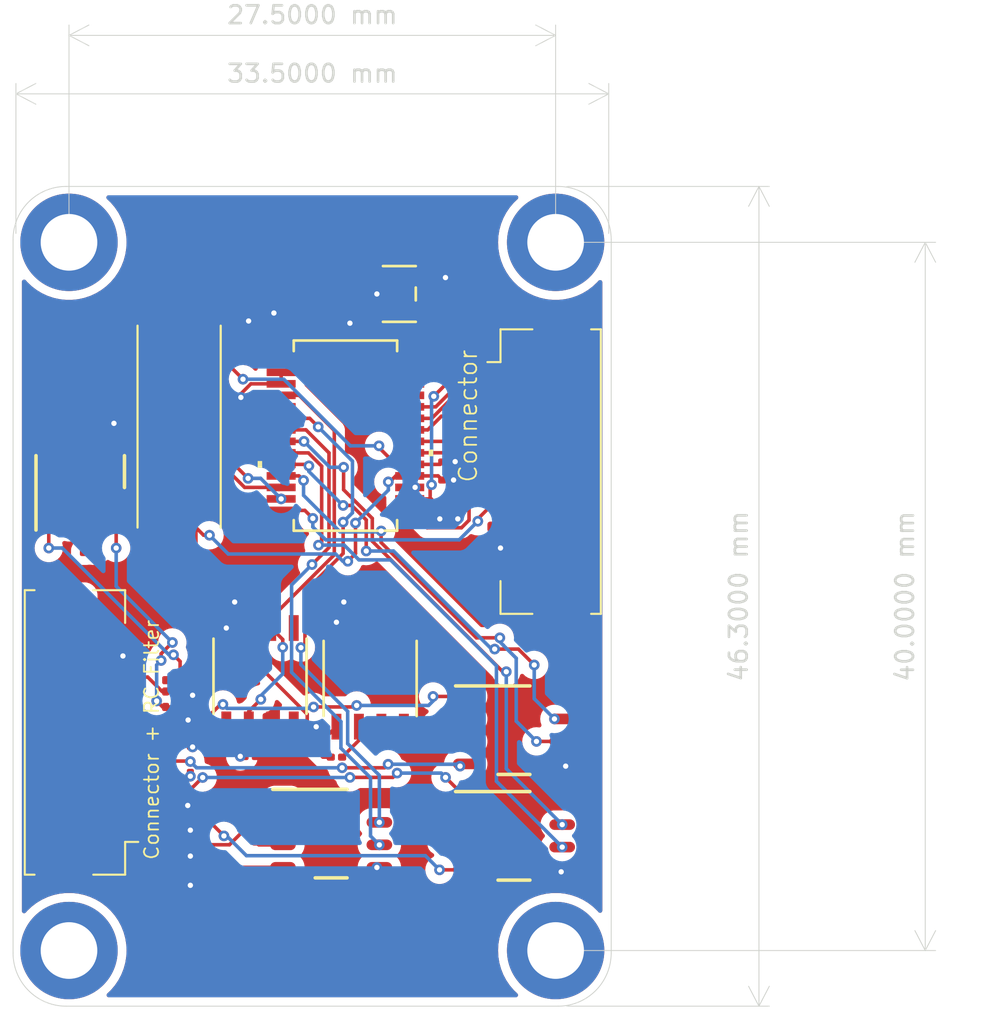
<source format=kicad_pcb>
(kicad_pcb (version 20240108) (generator "pcbnew") (generator_version "8.0")
  (layers (0 "F.Cu" signal) (31 "B.Cu" signal) (34 "B.Paste" user) (35 "F.Paste" user) (37 "F.SilkS" user "F.Silkscreen") (38 "B.Mask" user) (39 "F.Mask" user) (44 "Edge.Cuts" user))
  (net 0 "")
  (net 1 "5VCC")
  (net 2 "Earth")
  (net 3 "REF3.3")
  (net 4 "Net-(U4-TRIM{slash}NR)")
  (net 5 "Net-(U3-IN+)")
  (net 6 "REF2.5")
  (net 7 "/XTAL1")
  (net 8 "/XTAL2")
  (net 9 "/S1+")
  (net 10 "/S1-")
  (net 11 "/S2+")
  (net 12 "/S2-")
  (net 13 "/S3+")
  (net 14 "/S3-")
  (net 15 "/S4+")
  (net 16 "/S4-")
  (net 17 "Net-(J1-Pad1)")
  (net 18 "Net-(J1-Pad7)")
  (net 19 "Net-(J1-Pad2)")
  (net 20 "Net-(J1-Pad5)")
  (net 21 "Net-(J1-Pad6)")
  (net 22 "Net-(J1-Pad3)")
  (net 23 "Net-(J1-Pad8)")
  (net 24 "Net-(J1-Pad4)")
  (net 25 "/RESET")
  (net 27 "/DIN")
  (net 28 "/DOUT")
  (net 29 "/SCLK")
  (net 30 "/SYNC{slash}PDWN")
  (net 31 "/CS")
  (net 32 "/DRDY")
  (net 33 "Net-(U4-VOUT)")
  (net 34 "Net-(R2-Pad2)")
  (net 35 "Net-(R2-Pad1)")
  (net 36 "Net-(R11-Pad1)")
  (net 37 "Net-(R11-Pad2)")
  (net 38 "Net-(R12-Pad1)")
  (net 39 "Net-(R12-Pad2)")
  (net 40 "Net-(R13-Pad1)")
  (net 41 "Net-(R13-Pad2)")
  (net 43 "AIN6")
  (net 44 "AIN2")
  (net 47 "AIN0")
  (net 48 "AIN7")
  (net 49 "AIN4")
  (net 51 "AIN1")
  (net 52 "AIN3")
  (net 53 "AIN5")
  (footprint "Capacitor_SMD:C_0201_0603Metric" (layer "F.Cu") (at 204.6732 73.881998 180)
    (property "Reference" "C13" (hide yes))
    (property "Value" "18p" (hide yes))
  )
  (footprint "Capacitor_SMD:C_0201_0603Metric" (layer "F.Cu") (at 194.818 64.897 -90)
    (property "Reference" "C9" (hide yes))
    (property "Value" "100n" (hide yes))
  )
  (footprint "Capacitor_SMD:C_0201_0603Metric" (layer "F.Cu") (at 190.119 87.056 -90)
    (property "Reference" "C20" (hide yes))
    (property "Value" "1u" (hide yes))
  )
  (footprint "Capacitor_SMD:C_0201_0603Metric" (layer "F.Cu") (at 193.294 69.215)
    (property "Reference" "C6" (hide yes))
    (property "Value" "100n" (hide yes))
  )
  (footprint "daFootprints:REF5025AIDR" (layer "F.Cu") (at 200.279 85.09 -90)
    (property "Reference" "U4" (hide yes))
    (property "Value" "REF5025AIDR" (hide yes))
  )
  (footprint "Capacitor_SMD:C_0201_0603Metric" (layer "F.Cu") (at 199.299 80.772)
    (property "Reference" "C3" (hide yes))
    (property "Value" "1u" (hide yes))
  )
  (footprint "Resistor_SMD:R_0201_0603Metric" (layer "F.Cu") (at 193.802 93.98 90)
    (property "Reference" "R2" (hide yes))
    (property "Value" "499" (hide yes))
  )
  (footprint "Resistor_SMD:R_0201_0603Metric" (layer "F.Cu") (at 204.216 93.98 90)
    (property "Reference" "R11" (hide yes))
    (property "Value" "499" (hide yes))
  )
  (footprint "Connector_Molex:Molex_CLIK-Mate_502382-1070_1x10-1MP_P1.25mm_Vertical" (layer "F.Cu") (at 209.705457 73.406 -90)
    (property "Reference" "J2" (hide yes))
    (property "Value" "532611071" (hide yes))
  )
  (footprint "MountingHole:MountingHole_3.2mm_M3_ISO14580_Pad_TopBottom" (layer "F.Cu") (at 210.761 60.457)
    (property "Reference" "H3" (hide yes))
    (property "Value" "MountingHole" (hide yes))
  )
  (footprint "Capacitor_SMD:C_0201_0603Metric" (layer "F.Cu") (at 204.6732 72.865998 180)
    (property "Reference" "C12" (hide yes))
    (property "Value" "18p" (hide yes))
  )
  (footprint "daFootprints:INA821IDR" (layer "F.Cu") (at 198.074419 93.853)
    (property "Reference" "U5" (hide yes))
    (property "Value" "INA821IDR" (hide yes))
  )
  (footprint "daFootprints:ADS1256IDBR" (layer "F.Cu") (at 198.882 71.374)
    (property "Reference" "U1" (hide yes))
    (property "Value" "ADS1256IDBR" (hide yes))
  )
  (footprint "daFootprints:INA821IDR" (layer "F.Cu") (at 208.407 88.011)
    (property "Reference" "U7" (hide yes))
    (property "Value" "INA821IDR" (hide yes))
  )
  (footprint "Capacitor_SMD:C_0201_0603Metric" (layer "F.Cu") (at 204.216 75.758 90)
    (property "Reference" "C11" (hide yes))
    (property "Value" "100n" (hide yes))
  )
  (footprint "Resistor_SMD:R_0201_0603Metric" (layer "F.Cu") (at 188.722 88.556 90)
    (property "Reference" "R8" (hide yes))
    (property "Value" "1k" (hide yes))
  )
  (footprint "Capacitor_SMD:C_0201_0603Metric" (layer "F.Cu") (at 197.231 88.138 -90)
    (property "Reference" "C4" (hide yes))
    (property "Value" "1u" (hide yes))
  )
  (footprint "Resistor_SMD:R_0201_0603Metric" (layer "F.Cu") (at 188.722 91.665 90)
    (property "Reference" "R6" (hide yes))
    (property "Value" "1k" (hide yes))
  )
  (footprint "Capacitor_SMD:C_0201_0603Metric" (layer "F.Cu") (at 190.119 88.58 -90)
    (property "Reference" "C19" (hide yes))
    (property "Value" "1u" (hide yes))
  )
  (footprint "MountingHole:MountingHole_3.2mm_M3_ISO14580_Pad_TopBottom" (layer "F.Cu") (at 183.261 100.457)
    (property "Reference" "H4" (hide yes))
    (property "Value" "MountingHole" (hide yes))
  )
  (footprint "Resistor_SMD:R_0201_0603Metric" (layer "F.Cu") (at 188.722 96.303 90)
    (property "Reference" "R3" (hide yes))
    (property "Value" "1k" (hide yes))
  )
  (footprint "Capacitor_SMD:C_0201_0603Metric" (layer "F.Cu") (at 190.119 85.532 -90)
    (property "Reference" "C21" (hide yes))
    (property "Value" "1u" (hide yes))
  )
  (footprint "Capacitor_SMD:C_0201_0603Metric" (layer "F.Cu") (at 199.136 64.516 90)
    (property "Reference" "C1" (hide yes))
    (property "Value" "1u" (hide yes))
  )
  (footprint "daFootprints:XTAL_ABLS-8.000MHZ-K4T" (layer "F.Cu") (at 189.484 70.866 90)
    (property "Reference" "Y1" (hide yes))
    (property "Value" "ABLS-8MHZ-K4T" (hide yes))
  )
  (footprint "Capacitor_SMD:C_0201_0603Metric" (layer "F.Cu") (at 190.119 96.327 -90)
    (property "Reference" "C14" (hide yes))
    (property "Value" "1u" (hide yes))
  )
  (footprint "daFootprints:INA821IDR" (layer "F.Cu") (at 208.407 93.98)
    (property "Reference" "U6" (hide yes))
    (property "Value" "INA821IDR" (hide yes))
  )
  (footprint "MountingHole:MountingHole_3.2mm_M3_ISO14580_Pad_TopBottom" (layer "F.Cu") (at 210.761 100.457)
    (property "Reference" "H1" (hide yes))
    (property "Value" "MountingHole" (hide yes))
  )
  (footprint "Capacitor_SMD:C_0201_0603Metric" (layer "F.Cu") (at 205.232 75.758 90)
    (property "Reference" "C10" (hide yes))
    (property "Value" "10u" (hide yes))
  )
  (footprint "MountingHole:MountingHole_3.2mm_M3_ISO14580_Pad_TopBottom" (layer "F.Cu") (at 183.261 60.457)
    (property "Reference" "H2" (hide yes))
    (property "Value" "MountingHole" (hide yes))
  )
  (footprint "daFootprints:INA821IDR" (layer "F.Cu") (at 183.896 73.406 90)
    (property "Reference" "U8" (hide yes))
    (property "Value" "INA821IDR" (hide yes))
  )
  (footprint "Resistor_SMD:R_0201_0603Metric" (layer "F.Cu") (at 198.374 89.535 180)
    (property "Reference" "R1" (hide yes))
    (property "Value" "10k" (hide yes))
  )
  (footprint "Connector_Molex:Molex_CLIK-Mate_502382-1070_1x10-1MP_P1.25mm_Vertical" (layer "F.Cu") (at 184.373 88.138 90)
    (property "Reference" "J1" (hide yes))
    (property "Value" "532611071" (hide yes))
  )
  (footprint "Resistor_SMD:R_0201_0603Metric" (layer "F.Cu") (at 188.722 90.076 90)
    (property "Reference" "R7" (hide yes))
    (property "Value" "1k" (hide yes))
  )
  (footprint "Resistor_SMD:R_0201_0603Metric" (layer "F.Cu") (at 188.722 94.779 90)
    (property "Reference" "R4" (hide yes))
    (property "Value" "1k" (hide yes))
  )
  (footprint "Capacitor_SMD:C_0201_0603Metric" (layer "F.Cu") (at 204.597 62.865 -90)
    (property "Reference" "C2" (hide yes))
    (property "Value" "1u" (hide yes))
  )
  (footprint "Resistor_SMD:R_0201_0603Metric" (layer "F.Cu") (at 188.726 85.508 90)
    (property "Reference" "R10" (hide yes))
    (property "Value" "1k" (hide yes))
  )
  (footprint "Capacitor_SMD:C_0201_0603Metric" (layer "F.Cu") (at 190.119 90.104 -90)
    (property "Reference" "C18" (hide yes))
    (property "Value" "1u" (hide yes))
  )
  (footprint "Resistor_SMD:R_0201_0603Metric" (layer "F.Cu") (at 188.721 87.019 90)
    (property "Reference" "R9" (hide yes))
    (property "Value" "1k" (hide yes))
  )
  (footprint "Resistor_SMD:R_0201_0603Metric" (layer "F.Cu") (at 188.722 93.185 90)
    (property "Reference" "R5" (hide yes))
    (property "Value" "1k" (hide yes))
  )
  (footprint "Resistor_SMD:R_0201_0603Metric" (layer "F.Cu") (at 184.425 77.978 180)
    (property "Reference" "R13" (hide yes))
    (property "Value" "499" (hide yes))
  )
  (footprint "Capacitor_SMD:C_0201_0603Metric" (layer "F.Cu") (at 193.04 80.772)
    (property "Reference" "C5" (hide yes))
    (property "Value" "1u" (hide yes))
  )
  (footprint "Capacitor_SMD:C_0201_0603Metric" (layer "F.Cu") (at 190.119 91.689 -90)
    (property "Reference" "C17" (hide yes))
    (property "Value" "1u" (hide yes))
  )
  (footprint "daFootprints:OPA350UA" (layer "F.Cu") (at 194.056 84.963 -90)
    (property "Reference" "U3" (hide yes))
    (property "Value" "OPA350UA" (hide yes))
  )
  (footprint "Capacitor_SMD:C_0201_0603Metric" (layer "F.Cu") (at 190.116 93.213 -90)
    (property "Reference" "C16" (hide yes))
    (property "Value" "1u" (hide yes))
  )
  (footprint "Capacitor_SMD:C_0201_0603Metric" (layer "F.Cu") (at 190.119 94.803 -90)
    (property "Reference" "C15" (hide yes))
    (property "Value" "1u" (hide yes))
  )
  (footprint "Capacitor_SMD:C_0201_0603Metric" (layer "F.Cu") (at 193.5 89.5)
    (property "Reference" "C7" (hide yes))
    (property "Value" "100n" (hide yes))
  )
  (footprint "daFootprints:ADP151AUJZ-3P0-R7" (layer "F.Cu") (at 201.93 63.373)
    (property "Reference" "U2" (hide yes))
    (property "Value" "ADP151AUJZ-3.0-R7" (hide yes))
  )
  (footprint "Resistor_SMD:R_0201_0603Metric" (layer "F.Cu") (at 203.962 88.011 90)
    (property "Reference" "R12" (hide yes))
    (property "Value" "499" (hide yes))
  )
  (footprint "Capacitor_SMD:C_0201_0603Metric" (layer "F.Cu") (at 193.421 65.405 -90)
    (property "Reference" "C8" (hide yes))
    (property "Value" "10u" (hide yes))
  )
  (gr_line (start 210.9 57.3) (end 183.1 57.3) (stroke (width 0.05)) (layer "Edge.Cuts"))
  (gr_arc (start 210.9 57.3) (mid 213.02132 58.17868) (end 213.9 60.3) (stroke (width 0.05)) (layer "Edge.Cuts"))
  (gr_arc (start 213.9 100.6) (mid 213.02132 102.72132) (end 210.9 103.6) (stroke (width 0.05)) (layer "Edge.Cuts"))
  (gr_line (start 183.1 103.6) (end 210.9 103.6) (stroke (width 0.05)) (layer "Edge.Cuts"))
  (gr_line (start 213.9 100.6) (end 213.9 60.3) (stroke (width 0.05)) (layer "Edge.Cuts"))
  (gr_line (start 180.1 60.3) (end 180.1 100.6) (stroke (width 0.05)) (layer "Edge.Cuts"))
  (gr_arc (start 183.1 103.6) (mid 180.97868 102.72132) (end 180.1 100.6) (stroke (width 0.05)) (layer "Edge.Cuts"))
  (gr_arc (start 180.1 60.3) (mid 180.97868 58.17868) (end 183.1 57.3) (stroke (width 0.05)) (layer "Edge.Cuts"))
  (gr_text "Connector\n" (at 206.4 74.1 90) (layer "F.SilkS") (effects (font (size 1 1) (thickness 0.1)) (justify left bottom)))
  (gr_text "Connector + RC Filter\n" (at 188.4 95.4 90) (layer "F.SilkS") (effects (font (size 0.8 0.8) (thickness 0.1)) (justify left bottom)))
  (dimension (type aligned) (layer "Edge.Cuts") (pts (xy 180.261 60.457) (xy 213.761 60.457)) (height -8.387) (gr_text "33.5000 mm" (at 197.011 50.92 0) (layer "Edge.Cuts") (effects (font (size 1 1) (thickness 0.15)))) (format (prefix "") (suffix "") (units 3) (units_format 1) (precision 4)) (style (thickness 0.05) (arrow_length 1.27) (text_position_mode 0) (extension_height 0.58642) (extension_offset 0.5) keep_text_aligned))
  (dimension (type aligned) (layer "Edge.Cuts") (pts (xy 210.9 57.3) (xy 210.9 103.6)) (height -11.35) (gr_text "46.3000 mm" (at 221.1 80.45 90) (layer "Edge.Cuts") (effects (font (size 1 1) (thickness 0.15)))) (format (prefix "") (suffix "") (units 3) (units_format 1) (precision 4)) (style (thickness 0.05) (arrow_length 1.27) (text_position_mode 0) (extension_height 0.58642) (extension_offset 0.5) keep_text_aligned))
  (dimension (type aligned) (layer "Edge.Cuts") (pts (xy 183.261 60.457) (xy 210.761 60.457)) (height -11.689) (gr_text "27.5000 mm" (at 197.011 47.618 0) (layer "Edge.Cuts") (effects (font (size 1 1) (thickness 0.15)))) (format (prefix "") (suffix "") (units 3) (units_format 1) (precision 4)) (style (thickness 0.05) (arrow_length 1.27) (text_position_mode 0) (extension_height 0.58642) (extension_offset 0.5) keep_text_aligned))
  (dimension (type aligned) (layer "Edge.Cuts") (pts (xy 210.761 60.457) (xy 210.761 100.457)) (height -20.887) (gr_text "40.0000 mm" (at 230.498 80.457 90) (layer "Edge.Cuts") (effects (font (size 1 1) (thickness 0.15)))) (format (prefix "") (suffix "") (units 3) (units_format 1) (precision 4)) (style (thickness 0.05) (arrow_length 1.27) (text_position_mode 0) (extension_height 0.58642) (extension_offset 0.5) keep_text_aligned))
  (segment (start 194.818 64.577) (end 194.757 64.516) (width 0.2) (layer "F.Cu") (net 2))
  (segment (start 192.974 69.015001) (end 192.974 69.215) (width 0.2) (layer "F.Cu") (net 2))
  (segment (start 192.974 69.414999) (end 192.974 69.215) (width 0.2) (layer "F.Cu") (net 2))
  (segment (start 193.308 69.748999) (end 192.974 69.414999) (width 0.2) (layer "F.Cu") (net 2))
  (segment (start 195.2498 68.449) (end 193.540001 68.449) (width 0.2) (layer "F.Cu") (net 2))
  (segment (start 193.540001 68.449) (end 192.974 69.015001) (width 0.2) (layer "F.Cu") (net 2))
  (segment (start 195.2498 67.799001) (end 195.2498 68.449) (width 0.2) (layer "F.Cu") (net 2))
  (segment (start 195.2498 69.748999) (end 193.308 69.748999) (width 0.2) (layer "F.Cu") (net 2))
  (via blind (at 211.328 90.043) (size 0.6) (drill 0.3) (layers "F.Cu" "B.Cu") (net 2))
  (via blind (at 192.94 89.49) (size 0.6) (drill 0.3) (layers "F.Cu" "B.Cu") (net 2))
  (via blind (at 204.9932 73.881998) (size 0.6) (drill 0.3) (layers "F.Cu" "B.Cu") (net 2))
  (via blind (at 200.66 63.373) (size 0.6) (drill 0.3) (layers "F.Cu" "B.Cu") (net 2))
  (via blind (at 189.992 87.437) (size 0.6) (drill 0.3) (layers "F.Cu" "B.Cu") (net 2))
  (via blind (at 205.083199 72.843758) (size 0.6) (drill 0.3) (layers "F.Cu" "B.Cu") (net 2))
  (via blind (at 190.119 95.123) (size 0.6) (drill 0.3) (layers "F.Cu" "B.Cu") (net 2))
  (via blind (at 190.119 96.774) (size 0.6) (drill 0.3) (layers "F.Cu" "B.Cu") (net 2))
  (via blind (at 190.246 88.961) (size 0.6) (drill 0.3) (layers "F.Cu" "B.Cu") (net 2))
  (via blind (at 198.791 80.772) (size 0.6) (drill 0.3) (layers "F.Cu" "B.Cu") (net 2))
  (via blind (at 204.216 76.078) (size 0.6) (drill 0.3) (layers "F.Cu" "B.Cu") (net 2))
  (via blind (at 185.801 70.681002) (size 0.6) (drill 0.3) (layers "F.Cu" "B.Cu") (net 2))
  (via blind (at 202.819 74.295) (size 0.6) (drill 0.3) (layers "F.Cu" "B.Cu") (net 2))
  (via blind (at 205.232 76.078) (size 0.6) (drill 0.3) (layers "F.Cu" "B.Cu") (net 2))
  (via blind (at 194.84 64.45) (size 0.6) (drill 0.3) (layers "F.Cu" "B.Cu") (net 2))
  (via blind (at 192.623 80.772) (size 0.6) (drill 0.3) (layers "F.Cu" "B.Cu") (net 2))
  (via blind (at 199.136 65.024) (size 0.6) (drill 0.3) (layers "F.Cu" "B.Cu") (net 2))
  (via blind (at 204.535999 62.448) (size 0.6) (drill 0.3) (layers "F.Cu" "B.Cu") (net 2))
  (via blind (at 190.119 90.612) (size 0.6) (drill 0.3) (layers "F.Cu" "B.Cu") (net 2))
  (via blind (at 193.41 64.9) (size 0.6) (drill 0.3) (layers "F.Cu" "B.Cu") (net 2))
  (via blind (at 197.231 87.818) (size 0.6) (drill 0.3) (layers "F.Cu" "B.Cu") (net 2))
  (via blind (at 207.645 77.724) (size 0.6) (drill 0.3) (layers "F.Cu" "B.Cu") (net 2))
  (via blind (at 189.971316 92.26452) (size 0.6) (drill 0.3) (layers "F.Cu" "B.Cu") (net 2))
  (via blind (at 211.074 96.012) (size 0.6) (drill 0.3) (layers "F.Cu" "B.Cu") (net 2))
  (via blind (at 198.374 81.915) (size 0.6) (drill 0.3) (layers "F.Cu" "B.Cu") (net 2))
  (via blind (at 190.119 93.66) (size 0.6) (drill 0.3) (layers "F.Cu" "B.Cu") (net 2))
  (via blind (at 192.974 69.215) (size 0.6) (drill 0.3) (layers "F.Cu" "B.Cu") (net 2))
  (via blind (at 190.246 86.04) (size 0.6) (drill 0.3) (layers "F.Cu" "B.Cu") (net 2))
  (via blind (at 186.309 83.82) (size 0.6) (drill 0.3) (layers "F.Cu" "B.Cu") (net 2))
  (via blind (at 200.66 95.764846) (size 0.6) (drill 0.3) (layers "F.Cu" "B.Cu") (net 2))
  (via blind (at 192.151 82.241652) (size 0.6) (drill 0.3) (layers "F.Cu" "B.Cu") (net 2))
  (segment (start 203.203551 62.422999) (end 203.965552 63.185) (width 0.2) (layer "F.Cu") (net 3))
  (segment (start 203.726999 74.948999) (end 204.216 75.438) (width 0.2) (layer "F.Cu") (net 3))
  (segment (start 203.67 74.948999) (end 203.726999 74.948999) (width 0.2) (layer "F.Cu") (net 3))
  (segment (start 203.873731 69.153731) (end 204.597 68.430462) (width 0.2) (layer "F.Cu") (net 3))
  (segment (start 202.5142 74.948999) (end 203.67 74.948999) (width 0.2) (layer "F.Cu") (net 3))
  (segment (start 203.67 74.948999) (end 203.67 74.228762) (width 0.2) (layer "F.Cu") (net 3))
  (segment (start 205.232 75.438) (end 204.216 75.438) (width 0.2) (layer "F.Cu") (net 3))
  (segment (start 203.67 74.228762) (end 203.749763 74.148999) (width 0.2) (layer "F.Cu") (net 3))
  (segment (start 203.965552 63.185) (end 204.597 63.185) (width 0.2) (layer "F.Cu") (net 3))
  (segment (start 204.597 68.430462) (end 204.597 63.185) (width 0.2) (layer "F.Cu") (net 3))
  (via blind (at 203.873731 69.153731) (size 0.6) (drill 0.3) (layers "F.Cu" "B.Cu") (net 3))
  (via blind (at 203.749763 74.148999) (size 0.6) (drill 0.3) (layers "F.Cu" "B.Cu") (net 3))
  (segment (start 203.749763 74.148999) (end 203.749763 69.277699) (width 0.2) (layer "B.Cu") (net 3))
  (segment (start 203.749763 69.277699) (end 203.873731 69.153731) (width 0.2) (layer "B.Cu") (net 3))
  (segment (start 197.727348 88.458) (end 198.374 87.811348) (width 0.2) (layer "F.Cu") (net 4))
  (segment (start 197.231 88.458) (end 197.727348 88.458) (width 0.2) (layer "F.Cu") (net 4))
  (segment (start 197.612 89.535) (end 196.723 88.646) (width 0.2) (layer "F.Cu") (net 5))
  (segment (start 198.054 89.535) (end 197.612 89.535) (width 0.2) (layer "F.Cu") (net 5))
  (segment (start 193.421 82.241652) (end 193.421 80.833) (width 0.2) (layer "F.Cu") (net 5))
  (segment (start 196.723 88.646) (end 196.723 87.113) (width 0.2) (layer "F.Cu") (net 5))
  (segment (start 196.723 87.113) (end 193.421 83.811) (width 0.2) (layer "F.Cu") (net 5))
  (segment (start 193.421 80.833) (end 193.36 80.772) (width 0.2) (layer "F.Cu") (net 5))
  (segment (start 193.421 83.811) (end 193.421 82.241652) (width 0.2) (layer "F.Cu") (net 5))
  (segment (start 194.691 81.665371) (end 198.252696 78.103675) (width 0.2) (layer "F.Cu") (net 6))
  (segment (start 194.1 86.27) (end 193.421 86.949) (width 0.2) (layer "F.Cu") (net 6))
  (segment (start 193.421 86.949) (end 193.421 87.684348) (width 0.2) (layer "F.Cu") (net 6))
  (segment (start 198.252696 71.081998) (end 196.269699 69.099001) (width 0.2) (layer "F.Cu") (net 6))
  (segment (start 193.614 69.215) (end 195.133801 69.215) (width 0.2) (layer "F.Cu") (net 6))
  (segment (start 195.34 83.33) (end 195.34 82.890652) (width 0.2) (layer "F.Cu") (net 6))
  (segment (start 194.691 82.241652) (end 194.691 81.665371) (width 0.2) (layer "F.Cu") (net 6))
  (segment (start 196.269699 69.099001) (end 195.2498 69.099001) (width 0.2) (layer "F.Cu") (net 6))
  (segment (start 195.34 82.890652) (end 194.691 82.241652) (width 0.2) (layer "F.Cu") (net 6))
  (segment (start 195.133801 69.215) (end 195.2498 69.099001) (width 0.2) (layer "F.Cu") (net 6))
  (segment (start 198.252696 78.103675) (end 198.252696 71.081998) (width 0.2) (layer "F.Cu") (net 6))
  (via blind (at 194.1 86.27) (size 0.6) (drill 0.3) (layers "F.Cu" "B.Cu") (net 6))
  (via blind (at 195.34 83.33) (size 0.6) (drill 0.3) (layers "F.Cu" "B.Cu") (net 6))
  (segment (start 195.34 84.83) (end 194.1 86.07) (width 0.2) (layer "B.Cu") (net 6))
  (segment (start 194.1 86.07) (end 194.1 86.27) (width 0.2) (layer "B.Cu") (net 6))
  (segment (start 195.34 83.33) (end 195.34 84.83) (width 0.2) (layer "B.Cu") (net 6))
  (segment (start 202.5142 72.999001) (end 204.220197 72.999001) (width 0.2) (layer "F.Cu") (net 7))
  (segment (start 201.728803 72.999001) (end 202.5142 72.999001) (width 0.2) (layer "F.Cu") (net 7))
  (segment (start 191.021498 66.116) (end 189.484 66.116) (width 0.2) (layer "F.Cu") (net 7))
  (segment (start 200.779 71.95) (end 200.779 72.049198) (width 0.2) (layer "F.Cu") (net 7))
  (segment (start 200.779 72.049198) (end 201.728803 72.999001) (width 0.2) (layer "F.Cu") (net 7))
  (segment (start 204.220197 72.999001) (end 204.3532 72.865998) (width 0.2) (layer "F.Cu") (net 7))
  (segment (start 189.838 66.47) (end 189.484 66.116) (width 0.2) (layer "F.Cu") (net 7))
  (segment (start 193.093695 68.188197) (end 191.021498 66.116) (width 0.2) (layer "F.Cu") (net 7))
  (via blind (at 193.093695 68.188197) (size 0.6) (drill 0.3) (layers "F.Cu" "B.Cu") (net 7))
  (via blind (at 200.779 71.95) (size 0.6) (drill 0.3) (layers "F.Cu" "B.Cu") (net 7))
  (segment (start 195.398197 68.188197) (end 193.093695 68.188197) (width 0.2) (layer "B.Cu") (net 7))
  (segment (start 200.779 71.95) (end 199.16 71.95) (width 0.2) (layer "B.Cu") (net 7))
  (segment (start 199.16 71.95) (end 195.398197 68.188197) (width 0.2) (layer "B.Cu") (net 7))
  (segment (start 201.3061 73.987057) (end 201.390744 73.987057) (width 0.2) (layer "F.Cu") (net 8))
  (segment (start 201.728802 73.648999) (end 202.5142 73.648999) (width 0.2) (layer "F.Cu") (net 8))
  (segment (start 204.120201 73.648999) (end 202.5142 73.648999) (width 0.2) (layer "F.Cu") (net 8))
  (segment (start 191.2 77) (end 190.868 77) (width 0.2) (layer "F.Cu") (net 8))
  (segment (start 201.390744 73.987057) (end 201.728802 73.648999) (width 0.2) (layer "F.Cu") (net 8))
  (segment (start 190.868 77) (end 189.484 75.616) (width 0.2) (layer "F.Cu") (net 8))
  (segment (start 199.45143 78.036314) (end 199.016764 78.47098) (width 0.2) (layer "F.Cu") (net 8))
  (segment (start 204.3532 73.881998) (end 204.120201 73.648999) (width 0.2) (layer "F.Cu") (net 8))
  (segment (start 199.45143 76.31) (end 199.45143 78.036314) (width 0.2) (layer "F.Cu") (net 8))
  (via blind (at 199.016764 78.47098) (size 0.6) (drill 0.3) (layers "F.Cu" "B.Cu") (net 8))
  (via blind (at 199.45143 76.31) (size 0.6) (drill 0.3) (layers "F.Cu" "B.Cu") (net 8))
  (via blind (at 191.2 77) (size 0.6) (drill 0.3) (layers "F.Cu" "B.Cu") (net 8))
  (via blind (at 201.3061 73.987057) (size 0.6) (drill 0.3) (layers "F.Cu" "B.Cu") (net 8))
  (segment (start 192.26 78.06) (end 191.2 77) (width 0.2) (layer "B.Cu") (net 8))
  (segment (start 198.329 78.06) (end 192.26 78.06) (width 0.2) (layer "B.Cu") (net 8))
  (segment (start 199.45143 76.31) (end 201.3061 74.45533) (width 0.2) (layer "B.Cu") (net 8))
  (segment (start 198.73998 78.47098) (end 198.329 78.06) (width 0.2) (layer "B.Cu") (net 8))
  (segment (start 199.016764 78.47098) (end 198.73998 78.47098) (width 0.2) (layer "B.Cu") (net 8))
  (segment (start 201.3061 74.45533) (end 201.3061 73.987057) (width 0.2) (layer "B.Cu") (net 8))
  (segment (start 190.095 95.983) (end 190.119 96.007) (width 0.2) (layer "F.Cu") (net 9))
  (segment (start 188.722 95.983) (end 190.095 95.983) (width 0.2) (layer "F.Cu") (net 9))
  (segment (start 195.349418 95.758) (end 190.368 95.758) (width 0.2) (layer "F.Cu") (net 9))
  (segment (start 190.368 95.758) (end 190.119 96.007) (width 0.2) (layer "F.Cu") (net 9))
  (segment (start 193.402 93.402964) (end 193.402 93.408) (width 0.2) (layer "F.Cu") (net 10))
  (segment (start 195.349418 91.948) (end 194.856964 91.948) (width 0.2) (layer "F.Cu") (net 10))
  (segment (start 193.402 93.408) (end 192.327 94.483) (width 0.2) (layer "F.Cu") (net 10))
  (segment (start 192.327 94.483) (end 190.119 94.483) (width 0.2) (layer "F.Cu") (net 10))
  (segment (start 194.856964 91.948) (end 193.402 93.402964) (width 0.2) (layer "F.Cu") (net 10))
  (segment (start 188.722 94.459) (end 190.095 94.459) (width 0.2) (layer "F.Cu") (net 10))
  (segment (start 190.095 94.459) (end 190.119 94.483) (width 0.2) (layer "F.Cu") (net 10))
  (segment (start 204.2 95.9) (end 205.666999 95.9) (width 0.2) (layer "F.Cu") (net 11))
  (segment (start 190.088 92.865) (end 190.116 92.893) (width 0.2) (layer "F.Cu") (net 11))
  (segment (start 192.016446 93.983) (end 190.926446 92.893) (width 0.2) (layer "F.Cu") (net 11))
  (segment (start 190.926446 92.893) (end 190.116 92.893) (width 0.2) (layer "F.Cu") (net 11))
  (segment (start 205.666999 95.9) (end 205.681999 95.885) (width 0.2) (layer "F.Cu") (net 11))
  (segment (start 188.722 92.865) (end 190.088 92.865) (width 0.2) (layer "F.Cu") (net 11))
  (via blind (at 204.2 95.9) (size 0.6) (drill 0.3) (layers "F.Cu" "B.Cu") (net 11))
  (via blind (at 192.016446 93.983) (size 0.6) (drill 0.3) (layers "F.Cu" "B.Cu") (net 11))
  (segment (start 203.4 95.1) (end 204.2 95.9) (width 0.2) (layer "B.Cu") (net 11))
  (segment (start 192.173 93.983) (end 193.29 95.1) (width 0.2) (layer "B.Cu") (net 11))
  (segment (start 193.29 95.1) (end 203.4 95.1) (width 0.2) (layer "B.Cu") (net 11))
  (segment (start 192.016446 93.983) (end 192.173 93.983) (width 0.2) (layer "B.Cu") (net 11))
  (segment (start 205.681999 91.821) (end 205.681999 92.075) (width 0.2) (layer "F.Cu") (net 12))
  (segment (start 199.136 90.678) (end 201.56 90.678) (width 0.2) (layer "F.Cu") (net 12))
  (segment (start 188.722 91.345) (end 190.095 91.345) (width 0.2) (layer "F.Cu") (net 12))
  (segment (start 190.81 90.678) (end 190.81 90.679114) (width 0.2) (layer "F.Cu") (net 12))
  (segment (start 190.095 91.345) (end 190.119 91.369) (width 0.2) (layer "F.Cu") (net 12))
  (segment (start 190.81 90.679114) (end 190.815252 90.684366) (width 0.2) (layer "F.Cu") (net 12))
  (segment (start 201.56 90.678) (end 201.803 90.435) (width 0.2) (layer "F.Cu") (net 12))
  (segment (start 204.538999 90.678) (end 205.681999 91.821) (width 0.2) (layer "F.Cu") (net 12))
  (segment (start 190.119 91.369) (end 190.81 90.678) (width 0.2) (layer "F.Cu") (net 12))
  (via blind (at 204.538999 90.678) (size 0.6) (drill 0.3) (layers "F.Cu" "B.Cu") (net 12))
  (via blind (at 199.136 90.678) (size 0.6) (drill 0.3) (layers "F.Cu" "B.Cu") (net 12))
  (via blind (at 201.803 90.435) (size 0.6) (drill 0.3) (layers "F.Cu" "B.Cu") (net 12))
  (via blind (at 190.815252 90.684366) (size 0.6) (drill 0.3) (layers "F.Cu" "B.Cu") (net 12))
  (segment (start 201.803 90.435) (end 204.295999 90.435) (width 0.2) (layer "B.Cu") (net 12))
  (segment (start 199.129634 90.684366) (end 190.815252 90.684366) (width 0.2) (layer "B.Cu") (net 12))
  (segment (start 199.136 90.678) (end 199.129634 90.684366) (width 0.2) (layer "B.Cu") (net 12))
  (segment (start 204.295999 90.435) (end 204.538999 90.678) (width 0.2) (layer "B.Cu") (net 12))
  (segment (start 201.095001 90.134999) (end 198.694243 90.134999) (width 0.2) (layer "F.Cu") (net 13))
  (segment (start 190.091 89.756) (end 190.119 89.784) (width 0.2) (layer "F.Cu") (net 13))
  (segment (start 188.722 89.756) (end 190.091 89.756) (width 0.2) (layer "F.Cu") (net 13))
  (segment (start 205.662999 89.935) (end 205.681999 89.916) (width 0.2) (layer "F.Cu") (net 13))
  (segment (start 201.295 89.935) (end 201.095001 90.134999) (width 0.2) (layer "F.Cu") (net 13))
  (via blind (at 190.119 89.784) (size 0.6) (drill 0.3) (layers "F.Cu" "B.Cu") (net 13))
  (via blind (at 205.359 90.043) (size 0.6) (drill 0.3) (layers "F.Cu" "B.Cu") (net 13))
  (via blind (at 198.694243 90.134999) (size 0.6) (drill 0.3) (layers "F.Cu" "B.Cu") (net 13))
  (via blind (at 201.295 89.935) (size 0.6) (drill 0.3) (layers "F.Cu" "B.Cu") (net 13))
  (segment (start 190.469999 90.134999) (end 198.694243 90.134999) (width 0.2) (layer "B.Cu") (net 13))
  (segment (start 190.119 89.784) (end 190.469999 90.134999) (width 0.2) (layer "B.Cu") (net 13))
  (segment (start 205.251 89.935) (end 205.359 90.043) (width 0.2) (layer "B.Cu") (net 13))
  (segment (start 201.295 89.935) (end 205.251 89.935) (width 0.2) (layer "B.Cu") (net 13))
  (segment (start 203.835 86.106) (end 205.681999 86.106) (width 0.2) (layer "F.Cu") (net 14))
  (segment (start 190.095 88.236) (end 190.119 88.26) (width 0.2) (layer "F.Cu") (net 14))
  (segment (start 188.722 88.236) (end 190.095 88.236) (width 0.2) (layer "F.Cu") (net 14))
  (segment (start 191.96 86.556897) (end 191.822103 86.556897) (width 0.2) (layer "F.Cu") (net 14))
  (segment (start 197.08 86.7) (end 199.431 86.7) (width 0.2) (layer "F.Cu") (net 14))
  (segment (start 199.431 86.7) (end 199.517 86.614) (width 0.2) (layer "F.Cu") (net 14))
  (segment (start 191.822103 86.556897) (end 190.119 88.26) (width 0.2) (layer "F.Cu") (net 14))
  (via blind (at 191.96 86.556897) (size 0.6) (drill 0.3) (layers "F.Cu" "B.Cu") (net 14))
  (via blind (at 199.517 86.614) (size 0.6) (drill 0.3) (layers "F.Cu" "B.Cu") (net 14))
  (via blind (at 197.08 86.7) (size 0.6) (drill 0.3) (layers "F.Cu" "B.Cu") (net 14))
  (via blind (at 203.835 86.106) (size 0.6) (drill 0.3) (layers "F.Cu" "B.Cu") (net 14))
  (segment (start 199.517 86.614) (end 203.581 86.614) (width 0.2) (layer "B.Cu") (net 14))
  (segment (start 203.581 86.614) (end 203.835 86.36) (width 0.2) (layer "B.Cu") (net 14))
  (segment (start 192.183103 86.78) (end 197 86.78) (width 0.2) (layer "B.Cu") (net 14))
  (segment (start 197 86.78) (end 197.08 86.7) (width 0.2) (layer "B.Cu") (net 14))
  (segment (start 191.96 86.556897) (end 192.183103 86.78) (width 0.2) (layer "B.Cu") (net 14))
  (segment (start 203.835 86.36) (end 203.835 86.106) (width 0.2) (layer "B.Cu") (net 14))
  (segment (start 188.721 86.699) (end 188.553 86.699) (width 0.2) (layer "F.Cu") (net 15))
  (segment (start 188.468 84.074) (end 188.468 83.693) (width 0.2) (layer "F.Cu") (net 15))
  (segment (start 188.721 86.699) (end 190.082 86.699) (width 0.2) (layer "F.Cu") (net 15))
  (segment (start 190.082 86.699) (end 190.119 86.736) (width 0.2) (layer "F.Cu") (net 15))
  (segment (start 188.468 83.693) (end 189.103 83.058) (width 0.2) (layer "F.Cu") (net 15))
  (segment (start 185.928 76.258001) (end 185.801 76.131001) (width 0.2) (layer "F.Cu") (net 15))
  (segment (start 188.553 86.699) (end 188.214 86.36) (width 0.2) (layer "F.Cu") (net 15))
  (segment (start 185.928 77.724) (end 185.928 76.258001) (width 0.2) (layer "F.Cu") (net 15))
  (via blind (at 189.103 83.058) (size 0.6) (drill 0.3) (layers "F.Cu" "B.Cu") (net 15))
  (via blind (at 188.214 86.36) (size 0.6) (drill 0.3) (layers "F.Cu" "B.Cu") (net 15))
  (via blind (at 185.928 77.724) (size 0.6) (drill 0.3) (layers "F.Cu" "B.Cu") (net 15))
  (via blind (at 188.468 84.074) (size 0.6) (drill 0.3) (layers "F.Cu" "B.Cu") (net 15))
  (segment (start 185.928 79.883) (end 185.928 77.724) (width 0.2) (layer "B.Cu") (net 15))
  (segment (start 188.214 86.36) (end 188.214 84.328) (width 0.2) (layer "B.Cu") (net 15))
  (segment (start 188.214 84.328) (end 188.468 84.074) (width 0.2) (layer "B.Cu") (net 15))
  (segment (start 189.103 83.058) (end 185.928 79.883) (width 0.2) (layer "B.Cu") (net 15))
  (segment (start 189.167557 83.75502) (end 189.54 84.127463) (width 0.2) (layer "F.Cu") (net 16))
  (segment (start 190.095 85.188) (end 190.119 85.212) (width 0.2) (layer "F.Cu") (net 16))
  (segment (start 182.118 76.258001) (end 181.991 76.131001) (width 0.2) (layer "F.Cu") (net 16))
  (segment (start 190.072 85.212) (end 190.119 85.212) (width 0.2) (layer "F.Cu") (net 16))
  (segment (start 188.726 85.188) (end 190.095 85.188) (width 0.2) (layer "F.Cu") (net 16))
  (segment (start 189.54 84.127463) (end 189.54 85.188) (width 0.2) (layer "F.Cu") (net 16))
  (segment (start 182.118 77.724) (end 182.118 76.258001) (width 0.2) (layer "F.Cu") (net 16))
  (via blind (at 189.167557 83.75502) (size 0.6) (drill 0.3) (layers "F.Cu" "B.Cu") (net 16))
  (via blind (at 182.118 77.724) (size 0.6) (drill 0.3) (layers "F.Cu" "B.Cu") (net 16))
  (segment (start 189.167557 83.75502) (end 188.91102 83.75502) (width 0.2) (layer "B.Cu") (net 16))
  (segment (start 188.91102 83.75502) (end 182.88 77.724) (width 0.2) (layer "B.Cu") (net 16))
  (segment (start 182.88 77.724) (end 182.118 77.724) (width 0.2) (layer "B.Cu") (net 16))
  (segment (start 186.323 94.398) (end 188.548 96.623) (width 0.2) (layer "F.Cu") (net 17))
  (segment (start 186.323 93.763) (end 186.323 94.398) (width 0.2) (layer "F.Cu") (net 17))
  (segment (start 188.548 96.623) (end 188.722 96.623) (width 0.2) (layer "F.Cu") (net 17))
  (segment (start 187.49813 87.339) (end 186.42213 86.263) (width 0.2) (layer "F.Cu") (net 18))
  (segment (start 188.721 87.339) (end 187.49813 87.339) (width 0.2) (layer "F.Cu") (net 18))
  (segment (start 186.42213 86.263) (end 186.323 86.263) (width 0.2) (layer "F.Cu") (net 18))
  (segment (start 188.722 95.099) (end 188.704964 95.099) (width 0.2) (layer "F.Cu") (net 19))
  (segment (start 186.874 92.513) (end 186.323 92.513) (width 0.2) (layer "F.Cu") (net 19))
  (segment (start 188.704964 95.099) (end 188.322 94.716036) (width 0.2) (layer "F.Cu") (net 19))
  (segment (start 188.322 94.716036) (end 188.322 93.961) (width 0.2) (layer "F.Cu") (net 19))
  (segment (start 188.322 93.961) (end 186.874 92.513) (width 0.2) (layer "F.Cu") (net 19))
  (segment (start 187.071964 88.763) (end 186.323 88.763) (width 0.2) (layer "F.Cu") (net 20))
  (segment (start 188.704964 90.396) (end 187.071964 88.763) (width 0.2) (layer "F.Cu") (net 20))
  (segment (start 188.722 90.396) (end 188.704964 90.396) (width 0.2) (layer "F.Cu") (net 20))
  (segment (start 187.948 88.876) (end 186.585 87.513) (width 0.2) (layer "F.Cu") (net 21))
  (segment (start 188.722 88.876) (end 187.948 88.876) (width 0.2) (layer "F.Cu") (net 21))
  (segment (start 186.585 87.513) (end 186.323 87.513) (width 0.2) (layer "F.Cu") (net 21))
  (segment (start 188.722 93.505) (end 188.69713 93.505) (width 0.2) (layer "F.Cu") (net 22))
  (segment (start 187.021 91.263) (end 186.323 91.263) (width 0.2) (layer "F.Cu") (net 22))
  (segment (start 188.69713 93.505) (end 187.787 92.59487) (width 0.2) (layer "F.Cu") (net 22))
  (segment (start 187.787 92.59487) (end 187.787 92.029) (width 0.2) (layer "F.Cu") (net 22))
  (segment (start 187.787 92.029) (end 187.021 91.263) (width 0.2) (layer "F.Cu") (net 22))
  (segment (start 187.711001 85.013) (end 186.323 85.013) (width 0.2) (layer "F.Cu") (net 23))
  (segment (start 188.726 85.828) (end 188.526001 85.828) (width 0.2) (layer "F.Cu") (net 23))
  (segment (start 188.526001 85.828) (end 187.711001 85.013) (width 0.2) (layer "F.Cu") (net 23))
  (segment (start 188.673 85.775) (end 188.726 85.828) (width 0.2) (layer "F.Cu") (net 23))
  (segment (start 188.087 91.985) (end 188.087 90.927001) (width 0.2) (layer "F.Cu") (net 24))
  (segment (start 188.087 90.927001) (end 187.172999 90.013) (width 0.2) (layer "F.Cu") (net 24))
  (segment (start 188.722 91.985) (end 188.087 91.985) (width 0.2) (layer "F.Cu") (net 24))
  (segment (start 187.172999 90.013) (end 186.323 90.013) (width 0.2) (layer "F.Cu") (net 24))
  (segment (start 202.5142 75.599) (end 203.4932 76.578) (width 0.2) (layer "F.Cu") (net 25))
  (segment (start 205.867 76.150107) (end 205.867 75.069458) (width 0.2) (layer "F.Cu") (net 25))
  (segment (start 206.905458 74.031) (end 207.755457 74.031) (width 0.2) (layer "F.Cu") (net 25))
  (segment (start 205.439107 76.578) (end 205.867 76.150107) (width 0.2) (layer "F.Cu") (net 25))
  (segment (start 203.4932 76.578) (end 205.439107 76.578) (width 0.2) (layer "F.Cu") (net 25))
  (segment (start 205.867 75.069458) (end 206.905458 74.031) (width 0.2) (layer "F.Cu") (net 25))
  (segment (start 205.127834 69.031) (end 207.755457 69.031) (width 0.2) (layer "F.Cu") (net 27))
  (segment (start 203.759833 70.399001) (end 205.127834 69.031) (width 0.2) (layer "F.Cu") (net 27))
  (segment (start 202.5142 70.399001) (end 203.759833 70.399001) (width 0.2) (layer "F.Cu") (net 27))
  (segment (start 202.5142 71.048999) (end 203.534099 71.048999) (width 0.2) (layer "F.Cu") (net 28))
  (segment (start 203.534099 71.048999) (end 204.302098 70.281) (width 0.2) (layer "F.Cu") (net 28))
  (segment (start 204.302098 70.281) (end 207.755457 70.281) (width 0.2) (layer "F.Cu") (net 28))
  (segment (start 203.985571 69.748999) (end 205.95357 67.781) (width 0.2) (layer "F.Cu") (net 29))
  (segment (start 202.5142 69.748999) (end 203.985571 69.748999) (width 0.2) (layer "F.Cu") (net 29))
  (segment (start 205.95357 67.781) (end 207.755457 67.781) (width 0.2) (layer "F.Cu") (net 29))
  (segment (start 207.160371 75.281) (end 207.755457 75.281) (width 0.2) (layer "F.Cu") (net 30))
  (segment (start 206.363418 76.077953) (end 207.160371 75.281) (width 0.2) (layer "F.Cu") (net 30))
  (segment (start 206.363418 76.209855) (end 206.363418 76.077953) (width 0.2) (layer "F.Cu") (net 30))
  (segment (start 196.588998 75.598998) (end 195.2498 75.598998) (width 0.2) (layer "F.Cu") (net 30))
  (segment (start 197.04 76.05) (end 196.588998 75.598998) (width 0.2) (layer "F.Cu") (net 30))
  (via blind (at 206.363418 76.209855) (size 0.6) (drill 0.3) (layers "F.Cu" "B.Cu") (net 30))
  (via blind (at 197.04 76.05) (size 0.6) (drill 0.3) (layers "F.Cu" "B.Cu") (net 30))
  (segment (start 197.767107 77.26) (end 205.313273 77.26) (width 0.2) (layer "B.Cu") (net 30))
  (segment (start 197.04 76.532893) (end 197.767107 77.26) (width 0.2) (layer "B.Cu") (net 30))
  (segment (start 197.04 76.05) (end 197.04 76.532893) (width 0.2) (layer "B.Cu") (net 30))
  (segment (start 205.313273 77.26) (end 206.363418 76.209855) (width 0.2) (layer "B.Cu") (net 30))
  (segment (start 202.519441 72.343758) (end 207.318215 72.343758) (width 0.2) (layer "F.Cu") (net 31))
  (segment (start 202.5142 72.348999) (end 202.519441 72.343758) (width 0.2) (layer "F.Cu") (net 31))
  (segment (start 207.318215 72.343758) (end 207.755457 72.781) (width 0.2) (layer "F.Cu") (net 31))
  (segment (start 207.587456 71.699001) (end 207.755457 71.531) (width 0.2) (layer "F.Cu") (net 32))
  (segment (start 202.5142 71.699001) (end 207.587456 71.699001) (width 0.2) (layer "F.Cu") (net 32))
  (segment (start 199.644 87.811348) (end 199.644 88.585) (width 0.2) (layer "F.Cu") (net 33))
  (segment (start 199.644 88.585) (end 198.694 89.535) (width 0.2) (layer "F.Cu") (net 33))
  (segment (start 195.349418 93.218) (end 194.244 93.218) (width 0.2) (layer "F.Cu") (net 34))
  (segment (start 194.244 93.218) (end 193.802 93.66) (width 0.2) (layer "F.Cu") (net 34))
  (segment (start 195.349418 94.488) (end 193.99 94.488) (width 0.2) (layer "F.Cu") (net 35))
  (segment (start 193.99 94.488) (end 193.802 94.3) (width 0.2) (layer "F.Cu") (net 35))
  (segment (start 205.366999 94.3) (end 205.681999 94.615) (width 0.2) (layer "F.Cu") (net 36))
  (segment (start 204.216 94.3) (end 205.366999 94.3) (width 0.2) (layer "F.Cu") (net 36))
  (segment (start 204.216 93.66) (end 205.366999 93.66) (width 0.2) (layer "F.Cu") (net 37))
  (segment (start 205.366999 93.66) (end 205.681999 93.345) (width 0.2) (layer "F.Cu") (net 37))
  (segment (start 203.962 88.331) (end 205.366999 88.331) (width 0.2) (layer "F.Cu") (net 38))
  (segment (start 205.366999 88.331) (end 205.681999 88.646) (width 0.2) (layer "F.Cu") (net 38))
  (segment (start 205.366999 87.691) (end 205.681999 87.376) (width 0.2) (layer "F.Cu") (net 39))
  (segment (start 203.962 87.691) (end 205.366999 87.691) (width 0.2) (layer "F.Cu") (net 39))
  (segment (start 184.745 77.978) (end 184.745 76.345001) (width 0.2) (layer "F.Cu") (net 40))
  (segment (start 184.745 76.345001) (end 184.531 76.131001) (width 0.2) (layer "F.Cu") (net 40))
  (segment (start 184.105 76.975001) (end 183.261 76.131001) (width 0.2) (layer "F.Cu") (net 41))
  (segment (start 184.105 77.978) (end 184.105 76.975001) (width 0.2) (layer "F.Cu") (net 41))
  (segment (start 183.261 70.681002) (end 184.869998 72.29) (width 0.2) (layer "F.Cu") (net 43))
  (segment (start 184.869998 72.29) (end 191.175736 72.29) (width 0.2) (layer "F.Cu") (net 43))
  (segment (start 195.126798 74.422) (end 195.2498 74.298998) (width 0.2) (layer "F.Cu") (net 43))
  (segment (start 193.184734 74.298998) (end 195.2498 74.298998) (width 0.2) (layer "F.Cu") (net 43))
  (segment (start 191.175736 72.29) (end 193.184734 74.298998) (width 0.2) (layer "F.Cu") (net 43))
  (segment (start 196.539998 71.698998) (end 195.2498 71.698998) (width 0.2) (layer "F.Cu") (net 44))
  (segment (start 198.779 74.429) (end 200.4 76.05) (width 0.2) (layer "F.Cu") (net 44))
  (segment (start 200.4 77.337) (end 207.772 84.709) (width 0.2) (layer "F.Cu") (net 44))
  (segment (start 200.4 76.05) (end 200.4 77.337) (width 0.2) (layer "F.Cu") (net 44))
  (segment (start 207.772 84.709) (end 207.972 84.709) (width 0.2) (layer "F.Cu") (net 44))
  (segment (start 198.779 73.161759) (end 198.779 74.429) (width 0.2) (layer "F.Cu") (net 44))
  (via blind (at 207.972 84.709) (size 0.6) (drill 0.3) (layers "F.Cu" "B.Cu") (net 44))
  (via blind (at 198.779 73.161759) (size 0.6) (drill 0.3) (layers "F.Cu" "B.Cu") (net 44))
  (via blind (at 211.131998 93.345) (size 0.6) (drill 0.3) (layers "F.Cu" "B.Cu") (net 44))
  (via blind (at 196.539998 71.698998) (size 0.6) (drill 0.3) (layers "F.Cu" "B.Cu") (net 44))
  (segment (start 207.972 90.185002) (end 211.131998 93.345) (width 0.2) (layer "B.Cu") (net 44))
  (segment (start 196.539998 71.698998) (end 196.539998 71.699998) (width 0.2) (layer "B.Cu") (net 44))
  (segment (start 198.001759 73.161759) (end 198.779 73.161759) (width 0.2) (layer "B.Cu") (net 44))
  (segment (start 196.539998 71.699998) (end 198.001759 73.161759) (width 0.2) (layer "B.Cu") (net 44))
  (segment (start 207.972 84.709) (end 207.972 90.185002) (width 0.2) (layer "B.Cu") (net 44))
  (segment (start 198.752696 76.26) (end 198.752696 78.027939) (width 0.2) (layer "F.Cu") (net 47))
  (segment (start 196.862591 70.399001) (end 195.2498 70.399001) (width 0.2) (layer "F.Cu") (net 47))
  (segment (start 196.596 83.11866) (end 196.365884 83.348776) (width 0.2) (layer "F.Cu") (net 47))
  (segment (start 196.596 80.184635) (end 196.596 83.11866) (width 0.2) (layer "F.Cu") (net 47))
  (segment (start 198.752696 78.027939) (end 196.596 80.184635) (width 0.2) (layer "F.Cu") (net 47))
  (segment (start 197.343795 70.880205) (end 196.862591 70.399001) (width 0.2) (layer "F.Cu") (net 47))
  (via blind (at 198.752696 76.26) (size 0.6) (drill 0.3) (layers "F.Cu" "B.Cu") (net 47))
  (via blind (at 197.343795 70.880205) (size 0.6) (drill 0.3) (layers "F.Cu" "B.Cu") (net 47))
  (via blind (at 196.365884 83.348776) (size 0.6) (drill 0.3) (layers "F.Cu" "B.Cu") (net 47))
  (via blind (at 200.799417 93.218) (size 0.6) (drill 0.3) (layers "F.Cu" "B.Cu") (net 47))
  (segment (start 199.009 88.773) (end 200.799417 90.563417) (width 0.2) (layer "B.Cu") (net 47))
  (segment (start 196.365884 83.348776) (end 196.365884 84.305884) (width 0.2) (layer "B.Cu") (net 47))
  (segment (start 199.009 86.949) (end 199.009 88.773) (width 0.2) (layer "B.Cu") (net 47))
  (segment (start 200.799417 90.563417) (end 200.799417 93.218) (width 0.2) (layer "B.Cu") (net 47))
  (segment (start 198.752696 76.26) (end 199.279 75.733696) (width 0.2) (layer "B.Cu") (net 47))
  (segment (start 199.279 75.733696) (end 199.279 72.81541) (width 0.2) (layer "B.Cu") (net 47))
  (segment (start 196.365884 84.305884) (end 199.009 86.949) (width 0.2) (layer "B.Cu") (net 47))
  (segment (start 199.279 72.81541) (end 197.343795 70.880205) (width 0.2) (layer "B.Cu") (net 47))
  (segment (start 185.699998 71.85) (end 184.531 70.681002) (width 0.2) (layer "F.Cu") (net 48))
  (segment (start 191.442844 71.85) (end 185.699998 71.85) (width 0.2) (layer "F.Cu") (net 48))
  (segment (start 193.380921 73.788077) (end 191.442844 71.85) (width 0.2) (layer "F.Cu") (net 48))
  (via blind (at 193.380921 73.788077) (size 0.6) (drill 0.3) (layers "F.Cu" "B.Cu") (net 48))
  (via blind (at 195.2498 74.948999) (size 0.6) (drill 0.3) (layers "F.Cu" "B.Cu") (net 48))
  (segment (start 193.380921 73.788077) (end 194.088878 73.788077) (width 0.2) (layer "B.Cu") (net 48))
  (segment (start 194.088878 73.788077) (end 195.2498 74.948999) (width 0.2) (layer "B.Cu") (net 48))
  (segment (start 196.816446 73.083554) (end 196.73189 72.998998) (width 0.2) (layer "F.Cu") (net 49))
  (segment (start 199.237304 75.317304) (end 198.752696 75.317304) (width 0.2) (layer "F.Cu") (net 49))
  (segment (start 200.057257 76.137257) (end 199.237304 75.317304) (width 0.2) (layer "F.Cu") (net 49))
  (segment (start 200.057257 77.892471) (end 200.057257 76.137257) (width 0.2) (layer "F.Cu") (net 49))
  (segment (start 196.73189 72.998998) (end 195.2498 72.998998) (width 0.2) (layer "F.Cu") (net 49))
  (segment (start 208.654553 83.431) (end 209.551553 84.328) (width 0.2) (layer "F.Cu") (net 49))
  (segment (start 207.316002 83.431) (end 208.654553 83.431) (width 0.2) (layer "F.Cu") (net 49))
  (via blind (at 196.816446 73.083554) (size 0.6) (drill 0.3) (layers "F.Cu" "B.Cu") (net 49))
  (via blind (at 210.693 87.376) (size 0.6) (drill 0.3) (layers "F.Cu" "B.Cu") (net 49))
  (via blind (at 198.752696 75.317304) (size 0.6) (drill 0.3) (layers "F.Cu" "B.Cu") (net 49))
  (via blind (at 207.316002 83.431) (size 0.6) (drill 0.3) (layers "F.Cu" "B.Cu") (net 49))
  (via blind (at 209.551553 84.328) (size 0.6) (drill 0.3) (layers "F.Cu" "B.Cu") (net 49))
  (via blind (at 200.057257 77.892471) (size 0.6) (drill 0.3) (layers "F.Cu" "B.Cu") (net 49))
  (segment (start 201.602471 77.892471) (end 207.141 83.431) (width 0.2) (layer "B.Cu") (net 49))
  (segment (start 198.737304 75.317304) (end 198.752696 75.317304) (width 0.2) (layer "B.Cu") (net 49))
  (segment (start 209.551553 84.328) (end 209.551553 86.234553) (width 0.2) (layer "B.Cu") (net 49))
  (segment (start 196.816446 73.083554) (end 196.816446 73.396446) (width 0.2) (layer "B.Cu") (net 49))
  (segment (start 209.551553 86.234553) (end 210.693 87.376) (width 0.2) (layer "B.Cu") (net 49))
  (segment (start 200.057257 77.892471) (end 201.602471 77.892471) (width 0.2) (layer "B.Cu") (net 49))
  (segment (start 196.816446 73.396446) (end 198.737304 75.317304) (width 0.2) (layer "B.Cu") (net 49))
  (segment (start 207.141 83.431) (end 207.316002 83.431) (width 0.2) (layer "B.Cu") (net 49))
  (segment (start 196.994632 78.654632) (end 197.952696 77.696568) (width 0.2) (layer "F.Cu") (net 51))
  (segment (start 196.651999 71.048999) (end 195.2498 71.048999) (width 0.2) (layer "F.Cu") (net 51))
  (segment (start 197.952696 72.349696) (end 196.651999 71.048999) (width 0.2) (layer "F.Cu") (net 51))
  (segment (start 197.952696 77.696568) (end 197.952696 72.349696) (width 0.2) (layer "F.Cu") (net 51))
  (via blind (at 196.994632 78.654632) (size 0.6) (drill 0.3) (layers "F.Cu" "B.Cu") (net 51))
  (via blind (at 200.799417 94.488) (size 0.6) (drill 0.3) (layers "F.Cu" "B.Cu") (net 51))
  (segment (start 196.994632 78.654632) (end 195.84 79.809264) (width 0.2) (layer "B.Cu") (net 51))
  (segment (start 200.299417 90.698417) (end 200.299417 93.988) (width 0.2) (layer "B.Cu") (net 51))
  (segment (start 198.628 89.027) (end 200.299417 90.698417) (width 0.2) (layer "B.Cu") (net 51))
  (segment (start 198.628 87.528) (end 198.628 89.027) (width 0.2) (layer "B.Cu") (net 51))
  (segment (start 195.84 84.74) (end 198.628 87.528) (width 0.2) (layer "B.Cu") (net 51))
  (segment (start 195.84 79.809264) (end 195.84 84.74) (width 0.2) (layer "B.Cu") (net 51))
  (segment (start 200.299417 93.988) (end 200.799417 94.488) (width 0.2) (layer "B.Cu") (net 51))
  (segment (start 196.17 72.35) (end 196.168999 72.348999) (width 0.2) (layer "F.Cu") (net 52))
  (segment (start 196.79 72.35) (end 196.17 72.35) (width 0.2) (layer "F.Cu") (net 52))
  (segment (start 196.168999 72.348999) (end 195.2498 72.348999) (width 0.2) (layer "F.Cu") (net 52))
  (segment (start 197.54 77.38) (end 197.54 73.1) (width 0.2) (layer "F.Cu") (net 52))
  (segment (start 197.36 77.56) (end 197.54 77.38) (width 0.2) (layer "F.Cu") (net 52))
  (segment (start 197.54 73.1) (end 196.79 72.35) (width 0.2) (layer "F.Cu") (net 52))
  (via blind (at 211.131998 94.615) (size 0.6) (drill 0.3) (layers "F.Cu" "B.Cu") (net 52))
  (via blind (at 197.36 77.56) (size 0.6) (drill 0.3) (layers "F.Cu" "B.Cu") (net 52))
  (segment (start 207.415222 90.898224) (end 211.131998 94.615) (width 0.2) (layer "B.Cu") (net 52))
  (segment (start 201.432471 78.392471) (end 207.415222 84.375222) (width 0.2) (layer "B.Cu") (net 52))
  (segment (start 197.36 77.56) (end 198.812892 77.56) (width 0.2) (layer "B.Cu") (net 52))
  (segment (start 199.645363 78.392471) (end 201.432471 78.392471) (width 0.2) (layer "B.Cu") (net 52))
  (segment (start 198.812892 77.56) (end 199.645363 78.392471) (width 0.2) (layer "B.Cu") (net 52))
  (segment (start 207.415222 84.375222) (end 207.415222 90.898224) (width 0.2) (layer "B.Cu") (net 52))
  (segment (start 200.9 76.76) (end 200.9 77.412736) (width 0.2) (layer "F.Cu") (net 53))
  (segment (start 196.514946 73.905054) (end 196.258891 73.648999) (width 0.2) (layer "F.Cu") (net 53))
  (segment (start 196.258891 73.648999) (end 195.2498 73.648999) (width 0.2) (layer "F.Cu") (net 53))
  (segment (start 209.677 88.646) (end 211.131998 88.646) (width 0.2) (layer "F.Cu") (net 53))
  (segment (start 200.9 77.412736) (end 206.281331 82.794067) (width 0.2) (layer "F.Cu") (net 53))
  (segment (start 206.281331 82.794067) (end 207.606382 82.794067) (width 0.2) (layer "F.Cu") (net 53))
  (via blind (at 207.606382 82.794067) (size 0.6) (drill 0.3) (layers "F.Cu" "B.Cu") (net 53))
  (via blind (at 200.9 76.76) (size 0.6) (drill 0.3) (layers "F.Cu" "B.Cu") (net 53))
  (via blind (at 209.677 88.646) (size 0.6) (drill 0.3) (layers "F.Cu" "B.Cu") (net 53))
  (via blind (at 196.514946 73.905054) (size 0.6) (drill 0.3) (layers "F.Cu" "B.Cu") (net 53))
  (segment (start 200.9 76.76) (end 200.85 76.81) (width 0.2) (layer "B.Cu") (net 53))
  (segment (start 198.58 76.81) (end 196.514946 74.744946) (width 0.2) (layer "B.Cu") (net 53))
  (segment (start 207.816002 83.223893) (end 207.816002 83.229002) (width 0.2) (layer "B.Cu") (net 53))
  (segment (start 200.85 76.81) (end 198.58 76.81) (width 0.2) (layer "B.Cu") (net 53))
  (segment (start 208.534 87.503) (end 209.677 88.646) (width 0.2) (layer "B.Cu") (net 53))
  (segment (start 208.534 83.947) (end 208.534 87.503) (width 0.2) (layer "B.Cu") (net 53))
  (segment (start 207.606382 83.014273) (end 207.816002 83.223893) (width 0.2) (layer "B.Cu") (net 53))
  (segment (start 207.606382 82.794067) (end 207.606382 83.014273) (width 0.2) (layer "B.Cu") (net 53))
  (segment (start 196.514946 74.744946) (end 196.514946 73.905054) (width 0.2) (layer "B.Cu") (net 53))
  (segment (start 207.816002 83.229002) (end 208.534 83.947) (width 0.2) (layer "B.Cu") (net 53))
  (zone (net 1) (net_name "5VCC") (layer "F.Cu") (priority 1) (connect_pads yes (clearance 0.5)) (min_thickness 0.25) (fill yes (thermal_gap 0.5) (thermal_bridge_width 0.5))
    (polygon (pts (xy 179.489 56.515) (xy 214.527 56.515) (xy 214.527 104.14) (xy 179.362 104.394)))
  )
  (zone (net 2) (net_name "Earth") (layer "B.Cu") (connect_pads (clearance 0.5)) (min_thickness 0.25) (fill yes (thermal_gap 0.5) (thermal_bridge_width 0.5))
    (polygon (pts (xy 179.362 56.742) (xy 214.5 56.642) (xy 214.627 104.267) (xy 179.362 104.621)))
  )
)
</source>
